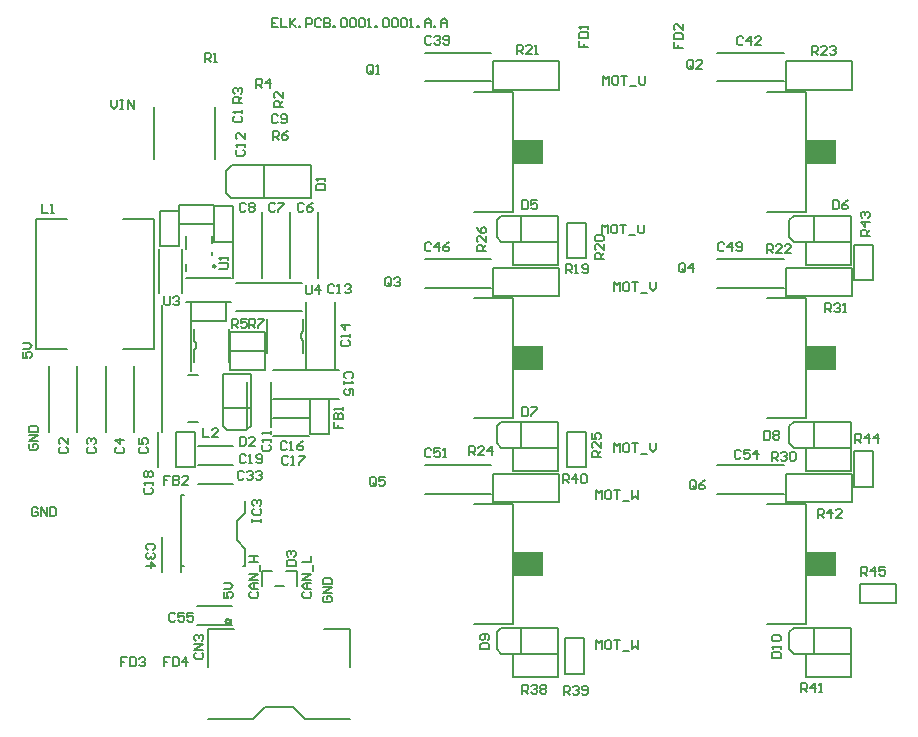
<source format=gto>
G04*
G04 #@! TF.GenerationSoftware,Altium Limited,Altium Designer,23.3.1 (30)*
G04*
G04 Layer_Color=65535*
%FSLAX44Y44*%
%MOMM*%
G71*
G04*
G04 #@! TF.SameCoordinates,D690764C-15D9-45C2-B971-25477444B052*
G04*
G04*
G04 #@! TF.FilePolarity,Positive*
G04*
G01*
G75*
%ADD10C,0.2540*%
%ADD11C,0.1270*%
%ADD12C,0.1524*%
%ADD13R,2.6000X2.0000*%
D10*
X827000Y1553000D02*
G03*
X827000Y1553000I-1000J0D01*
G01*
X840236Y1252000D02*
G03*
X840236Y1252000I-2236J0D01*
G01*
D11*
X1086000Y1574000D02*
Y1596000D01*
X1091000Y1574000D02*
X1117000D01*
X1091000Y1596000D02*
X1117000D01*
Y1574000D02*
Y1596000D01*
X1065000Y1578000D02*
X1069000Y1574000D01*
X1091000D01*
X1065000Y1592000D02*
X1069000Y1596000D01*
X1091000D01*
X1065000Y1578000D02*
Y1592000D01*
X1117000Y1564000D02*
Y1574000D01*
X1098000D02*
X1117000D01*
X1079000Y1564000D02*
Y1574000D01*
X1098000D01*
X1079000Y1554000D02*
Y1564000D01*
Y1554000D02*
X1098000D01*
X1117000D02*
Y1564000D01*
X1098000Y1554000D02*
X1117000D01*
X1090000Y1528000D02*
X1118000D01*
Y1540000D01*
X1062000Y1528000D02*
X1090000D01*
X1062000D02*
Y1540000D01*
Y1552000D02*
X1090000D01*
X1062000Y1540000D02*
Y1552000D01*
X1090000D02*
X1118000D01*
Y1540000D02*
Y1552000D01*
X1334000Y1399500D02*
Y1421500D01*
X1339000Y1399500D02*
X1365000D01*
X1339000Y1421500D02*
X1365000D01*
Y1399500D02*
Y1421500D01*
X1313000Y1403500D02*
X1317000Y1399500D01*
X1339000D01*
X1313000Y1417500D02*
X1317000Y1421500D01*
X1339000D01*
X1313000Y1403500D02*
Y1417500D01*
X1365000Y1389500D02*
Y1399500D01*
X1346000D02*
X1365000D01*
X1327000Y1389500D02*
Y1399500D01*
X1346000D01*
X1327000Y1379500D02*
Y1389500D01*
Y1379500D02*
X1346000D01*
X1365000D02*
Y1389500D01*
X1346000Y1379500D02*
X1365000D01*
X1280000Y1384500D02*
X1308000D01*
X1252000D02*
X1280000D01*
X1252000Y1360500D02*
X1280000D01*
X1308000D01*
X1310000Y1377500D02*
X1338000D01*
X1310000Y1365500D02*
Y1377500D01*
X1338000D02*
X1366000D01*
Y1365500D02*
Y1377500D01*
X1338000Y1353500D02*
X1366000D01*
Y1365500D01*
X1310000Y1353500D02*
X1338000D01*
X1310000D02*
Y1365500D01*
X1293750Y1424500D02*
X1326750D01*
Y1475500D01*
X1293750Y1526500D02*
X1326750D01*
Y1475500D02*
Y1526500D01*
X1125000Y1560000D02*
X1133000D01*
X1125000D02*
Y1575000D01*
Y1590000D02*
X1133000D01*
X1125000Y1575000D02*
Y1590000D01*
X1133000D02*
X1141000D01*
Y1575000D02*
Y1590000D01*
X1133000Y1560000D02*
X1141000D01*
Y1575000D01*
X1365000Y1215000D02*
Y1225000D01*
X1346000D02*
X1365000D01*
X1327000Y1215000D02*
Y1225000D01*
X1346000D01*
X1327000Y1205000D02*
Y1215000D01*
Y1205000D02*
X1346000D01*
X1365000D02*
Y1215000D01*
X1346000Y1205000D02*
X1365000D01*
X1334000Y1225000D02*
Y1247000D01*
X1339000Y1225000D02*
X1365000D01*
X1339000Y1247000D02*
X1365000D01*
Y1225000D02*
Y1247000D01*
X1313000Y1229000D02*
X1317000Y1225000D01*
X1339000D01*
X1313000Y1243000D02*
X1317000Y1247000D01*
X1339000D01*
X1313000Y1229000D02*
Y1243000D01*
X1293750Y1250000D02*
X1326750D01*
Y1301000D01*
X1293750Y1352000D02*
X1326750D01*
Y1301000D02*
Y1352000D01*
X1123000Y1208000D02*
X1131000D01*
X1123000D02*
Y1223000D01*
Y1238000D02*
X1131000D01*
X1123000Y1223000D02*
Y1238000D01*
X1131000D02*
X1139000D01*
Y1223000D02*
Y1238000D01*
X1131000Y1208000D02*
X1139000D01*
Y1223000D01*
X1117000Y1215000D02*
Y1225000D01*
X1098000D02*
X1117000D01*
X1079000Y1215000D02*
Y1225000D01*
X1098000D01*
X1079000Y1205000D02*
Y1215000D01*
Y1205000D02*
X1098000D01*
X1117000D02*
Y1215000D01*
X1098000Y1205000D02*
X1117000D01*
X1086000Y1225000D02*
Y1247000D01*
X1091000Y1225000D02*
X1117000D01*
X1091000Y1247000D02*
X1117000D01*
Y1225000D02*
Y1247000D01*
X1065000Y1229000D02*
X1069000Y1225000D01*
X1091000D01*
X1065000Y1243000D02*
X1069000Y1247000D01*
X1091000D01*
X1065000Y1229000D02*
Y1243000D01*
X1045750Y1250000D02*
X1078750D01*
Y1301000D01*
X1045750Y1352000D02*
X1078750D01*
Y1301000D02*
Y1352000D01*
X1090000Y1702500D02*
X1118000D01*
Y1714500D01*
X1062000Y1702500D02*
X1090000D01*
X1062000D02*
Y1714500D01*
Y1726500D02*
X1090000D01*
X1062000Y1714500D02*
Y1726500D01*
X1090000D02*
X1118000D01*
Y1714500D02*
Y1726500D01*
X1280000Y1733500D02*
X1308000D01*
X1252000D02*
X1280000D01*
X1252000Y1709500D02*
X1280000D01*
X1308000D01*
X1310000Y1726500D02*
X1338000D01*
X1310000Y1714500D02*
Y1726500D01*
X1338000D02*
X1366000D01*
Y1714500D02*
Y1726500D01*
X1338000Y1702500D02*
X1366000D01*
Y1714500D01*
X1310000Y1702500D02*
X1338000D01*
X1310000D02*
Y1714500D01*
X1368000Y1541000D02*
X1376000D01*
X1368000D02*
Y1556000D01*
Y1571000D02*
X1376000D01*
X1368000Y1556000D02*
Y1571000D01*
X1376000D02*
X1384000D01*
Y1556000D02*
Y1571000D01*
X1376000Y1541000D02*
X1384000D01*
Y1556000D01*
X1310000Y1552000D02*
X1338000D01*
X1310000Y1540000D02*
Y1552000D01*
X1338000D02*
X1366000D01*
Y1540000D02*
Y1552000D01*
X1338000Y1528000D02*
X1366000D01*
Y1540000D01*
X1310000Y1528000D02*
X1338000D01*
X1310000D02*
Y1540000D01*
X1365000Y1564000D02*
Y1574000D01*
X1346000D02*
X1365000D01*
X1327000Y1564000D02*
Y1574000D01*
X1346000D01*
X1327000Y1554000D02*
Y1564000D01*
Y1554000D02*
X1346000D01*
X1365000D02*
Y1564000D01*
X1346000Y1554000D02*
X1365000D01*
X1334000Y1574000D02*
Y1596000D01*
X1339000Y1574000D02*
X1365000D01*
X1339000Y1596000D02*
X1365000D01*
Y1574000D02*
Y1596000D01*
X1313000Y1578000D02*
X1317000Y1574000D01*
X1339000D01*
X1313000Y1592000D02*
X1317000Y1596000D01*
X1339000D01*
X1313000Y1578000D02*
Y1592000D01*
X1293750Y1599000D02*
X1326750D01*
Y1650000D01*
X1293750Y1701000D02*
X1326750D01*
Y1650000D02*
Y1701000D01*
X1125000Y1383000D02*
X1133000D01*
X1125000D02*
Y1398000D01*
Y1413000D02*
X1133000D01*
X1125000Y1398000D02*
Y1413000D01*
X1133000D02*
X1141000D01*
Y1398000D02*
Y1413000D01*
X1133000Y1383000D02*
X1141000D01*
Y1398000D01*
X1086000Y1399500D02*
Y1421500D01*
X1091000Y1399500D02*
X1117000D01*
X1091000Y1421500D02*
X1117000D01*
Y1399500D02*
Y1421500D01*
X1065000Y1403500D02*
X1069000Y1399500D01*
X1091000D01*
X1065000Y1417500D02*
X1069000Y1421500D01*
X1091000D01*
X1065000Y1403500D02*
Y1417500D01*
X1117000Y1389500D02*
Y1399500D01*
X1098000D02*
X1117000D01*
X1079000Y1389500D02*
Y1399500D01*
X1098000D01*
X1079000Y1379500D02*
Y1389500D01*
Y1379500D02*
X1098000D01*
X1117000D02*
Y1389500D01*
X1098000Y1379500D02*
X1117000D01*
X1090000Y1353500D02*
X1118000D01*
Y1365500D01*
X1062000Y1353500D02*
X1090000D01*
X1062000D02*
Y1365500D01*
Y1377500D02*
X1090000D01*
X1062000Y1365500D02*
Y1377500D01*
X1090000D02*
X1118000D01*
Y1365500D02*
Y1377500D01*
X1045750Y1424500D02*
X1078750D01*
Y1475500D01*
X1045750Y1526500D02*
X1078750D01*
Y1475500D02*
Y1526500D01*
X869000Y1465000D02*
Y1473000D01*
X854000Y1465000D02*
X869000D01*
X839000D02*
Y1473000D01*
Y1465000D02*
X854000D01*
X839000Y1473000D02*
Y1481000D01*
X854000D01*
X869000Y1473000D02*
Y1481000D01*
X854000D02*
X869000D01*
X839000Y1489000D02*
Y1497000D01*
X854000D01*
X869000Y1489000D02*
Y1497000D01*
X854000D02*
X869000D01*
Y1481000D02*
Y1489000D01*
X854000Y1481000D02*
X869000D01*
X839000D02*
Y1489000D01*
Y1481000D02*
X854000D01*
X826000Y1574000D02*
X834000D01*
X826000D02*
Y1589000D01*
Y1604000D02*
X834000D01*
X826000Y1589000D02*
Y1604000D01*
X834000D02*
X842000D01*
Y1589000D02*
Y1604000D01*
X834000Y1574000D02*
X842000D01*
Y1589000D01*
X796000Y1597000D02*
Y1605000D01*
X811000D01*
X826000Y1597000D02*
Y1605000D01*
X811000D02*
X826000D01*
Y1589000D02*
Y1597000D01*
X811000Y1589000D02*
X826000D01*
X796000D02*
Y1597000D01*
Y1589000D02*
X811000D01*
X824000Y1563000D02*
Y1565000D01*
X802000Y1549000D02*
Y1555000D01*
X824000Y1573000D02*
Y1579000D01*
X802000Y1568000D02*
Y1579000D01*
X780000Y1570000D02*
X788000D01*
X780000D02*
Y1585000D01*
Y1600000D02*
X788000D01*
X780000Y1585000D02*
Y1600000D01*
X788000D02*
X796000D01*
Y1585000D02*
Y1600000D01*
X788000Y1570000D02*
X796000D01*
Y1585000D01*
X821000Y1523000D02*
X840000D01*
X802000D02*
X821000D01*
X802000Y1543000D02*
X821000D01*
X840000D01*
X853000Y1414000D02*
X857000Y1418000D01*
X837000Y1414000D02*
X839000D01*
X833000Y1418000D02*
X837000Y1414000D01*
X833000Y1433000D02*
X857000D01*
X839000Y1414000D02*
X853000D01*
X857000Y1456000D02*
Y1462000D01*
X833000D02*
X857000D01*
X833000Y1456000D02*
Y1462000D01*
X857000Y1433000D02*
Y1434000D01*
Y1418000D02*
Y1438000D01*
Y1456000D01*
X833000Y1438000D02*
Y1456000D01*
Y1418000D02*
Y1438000D01*
X838500Y1472000D02*
Y1482000D01*
Y1484000D01*
Y1490000D02*
Y1500000D01*
Y1484000D02*
Y1490000D01*
X808500D02*
Y1500000D01*
Y1490000D02*
X810500Y1488000D01*
Y1486000D02*
Y1488000D01*
X808500Y1472000D02*
Y1482000D01*
X810500Y1484000D01*
Y1486000D01*
X836000Y1507000D02*
Y1515000D01*
X821000Y1507000D02*
X836000D01*
X806000D02*
Y1515000D01*
Y1507000D02*
X821000D01*
X806000Y1515000D02*
Y1523000D01*
X821000D01*
X836000Y1515000D02*
Y1523000D01*
X821000D02*
X836000D01*
X806000Y1464000D02*
Y1492000D01*
Y1520000D01*
X782000Y1492000D02*
Y1520000D01*
Y1464000D02*
Y1492000D01*
X779000Y1530000D02*
Y1549000D01*
Y1568000D01*
X799000Y1549000D02*
Y1568000D01*
Y1530000D02*
Y1549000D01*
X675000Y1483000D02*
X701000D01*
X675000D02*
Y1538000D01*
Y1593000D02*
X701000D01*
X675000Y1538000D02*
Y1593000D01*
X749000D02*
X775000D01*
Y1538000D02*
Y1593000D01*
X749000Y1483000D02*
X775000D01*
Y1538000D01*
X710000Y1413000D02*
Y1441000D01*
Y1469000D01*
X686000Y1441000D02*
Y1469000D01*
Y1413000D02*
Y1441000D01*
X734000Y1413000D02*
Y1441000D01*
Y1469000D01*
X710000Y1441000D02*
Y1469000D01*
Y1413000D02*
Y1441000D01*
X758000Y1413000D02*
Y1441000D01*
Y1469000D01*
X734000Y1441000D02*
Y1469000D01*
Y1413000D02*
Y1441000D01*
X804000Y1421000D02*
X808000D01*
X812000D01*
X808000Y1461000D02*
X812000D01*
X804000D02*
X808000D01*
X782000Y1413000D02*
Y1441000D01*
Y1469000D01*
X758000Y1441000D02*
Y1469000D01*
Y1413000D02*
Y1441000D01*
X794000Y1383000D02*
X802000D01*
X794000D02*
Y1398000D01*
Y1413000D02*
X802000D01*
X794000Y1398000D02*
Y1413000D01*
X802000D02*
X810000D01*
Y1398000D02*
Y1413000D01*
X802000Y1383000D02*
X810000D01*
Y1398000D01*
X778000Y1383000D02*
Y1413000D01*
X794000Y1383000D02*
Y1413000D01*
X812000Y1385000D02*
X842000D01*
X812000Y1401000D02*
X842000D01*
X880500Y1180000D02*
X893000D01*
X903000Y1170000D02*
X941000D01*
X893000Y1180000D02*
X903000Y1170000D01*
X869000Y1180000D02*
X881500D01*
X821000Y1170000D02*
X859000D01*
X869000Y1180000D01*
X830000Y1246000D02*
X843000D01*
X821000D02*
X830000D01*
X821000Y1242000D02*
Y1246000D01*
Y1214000D02*
Y1242000D01*
X919000Y1246000D02*
X932000D01*
X941000D01*
Y1242000D02*
Y1246000D01*
Y1214000D02*
Y1242000D01*
X811000Y1265000D02*
X841000D01*
X811000Y1249000D02*
X841000D01*
X881000Y1282000D02*
X885000D01*
X877000D02*
X881000D01*
X896000D02*
Y1295000D01*
X887000D02*
X896000D01*
X866000Y1282000D02*
Y1295000D01*
X875000D01*
X850000Y1299000D02*
X852000D01*
X845000Y1321000D02*
Y1337000D01*
X798000Y1299000D02*
X800000D01*
X798000D02*
Y1329000D01*
Y1359000D02*
X800000D01*
X798000Y1329000D02*
Y1359000D01*
X845000Y1337000D02*
X852000Y1344000D01*
Y1354000D01*
X845000Y1321000D02*
X852000Y1314000D01*
Y1299000D02*
Y1314000D01*
X874000Y1436000D02*
Y1455000D01*
Y1417000D02*
Y1436000D01*
X854000Y1417000D02*
Y1436000D01*
Y1455000D01*
X876000Y1441000D02*
X906000D01*
X876000Y1425000D02*
X906000D01*
X876000Y1425000D02*
X906000D01*
X876000Y1409000D02*
X906000D01*
X907000Y1411000D02*
X915000D01*
X907000D02*
Y1426000D01*
Y1441000D02*
X915000D01*
X907000Y1426000D02*
Y1441000D01*
X915000D02*
X923000D01*
Y1426000D02*
Y1441000D01*
X915000Y1411000D02*
X923000D01*
Y1426000D01*
X876000Y1441000D02*
X904000D01*
X932000D01*
X904000Y1465000D02*
X932000D01*
X876000D02*
X904000D01*
X871000Y1498000D02*
Y1508000D01*
Y1496000D02*
Y1498000D01*
Y1480000D02*
Y1490000D01*
Y1496000D01*
X901000Y1480000D02*
Y1490000D01*
X899000Y1492000D02*
X901000Y1490000D01*
X899000Y1492000D02*
Y1494000D01*
X901000Y1498000D02*
Y1508000D01*
X899000Y1496000D02*
X901000Y1498000D01*
X899000Y1494000D02*
Y1496000D01*
X904000Y1495000D02*
Y1523000D01*
Y1467000D02*
Y1495000D01*
X928000Y1467000D02*
Y1495000D01*
Y1523000D01*
X844000Y1515000D02*
X872000D01*
X900000D01*
X872000Y1539000D02*
X900000D01*
X844000D02*
X872000D01*
X842000Y1571000D02*
Y1599000D01*
Y1543000D02*
Y1571000D01*
X866000Y1543000D02*
Y1571000D01*
Y1599000D01*
Y1571000D02*
Y1599000D01*
Y1543000D02*
Y1571000D01*
X890000Y1543000D02*
Y1571000D01*
Y1599000D01*
X890000Y1571000D02*
Y1599000D01*
Y1543000D02*
Y1571000D01*
X914000Y1543000D02*
Y1571000D01*
Y1599000D01*
X874000Y1611000D02*
X908000D01*
Y1625000D01*
X870000Y1639000D02*
X908000D01*
Y1625000D02*
Y1639000D01*
X836000Y1615000D02*
Y1634000D01*
X841000Y1639000D01*
X870000D01*
X840000Y1611000D02*
X874000D01*
X836000Y1615000D02*
X840000Y1611000D01*
X868000D02*
X868000Y1639000D01*
X775000Y1644000D02*
Y1666000D01*
Y1688000D01*
X827000Y1666000D02*
Y1688000D01*
Y1644000D02*
Y1666000D01*
X1403000Y1268000D02*
Y1276000D01*
X1388000Y1268000D02*
X1403000D01*
X1373000D02*
Y1276000D01*
Y1268000D02*
X1388000D01*
X1373000Y1276000D02*
Y1284000D01*
X1388000D01*
X1403000Y1276000D02*
Y1284000D01*
X1388000D02*
X1403000D01*
X1368000Y1366500D02*
X1376000D01*
X1368000D02*
Y1381500D01*
Y1396500D02*
X1376000D01*
X1368000Y1381500D02*
Y1396500D01*
X1376000D02*
X1384000D01*
Y1381500D02*
Y1396500D01*
X1376000Y1366500D02*
X1384000D01*
Y1381500D01*
X1045750Y1599000D02*
X1078750D01*
Y1650000D01*
X1045750Y1701000D02*
X1078750D01*
Y1650000D02*
Y1701000D01*
X1032000Y1384500D02*
X1060000D01*
X1004000D02*
X1032000D01*
X1004000Y1360500D02*
X1032000D01*
X1060000D01*
X1280000Y1559000D02*
X1308000D01*
X1252000D02*
X1280000D01*
X1252000Y1535000D02*
X1280000D01*
X1308000D01*
X1032000Y1559000D02*
X1060000D01*
X1004000D02*
X1032000D01*
X1004000Y1535000D02*
X1032000D01*
X1060000D01*
X1032000Y1733500D02*
X1060000D01*
X1004000D02*
X1032000D01*
X1004000Y1709500D02*
X1032000D01*
X1060000D01*
X798000Y1294000D02*
Y1324000D01*
X782000Y1294000D02*
Y1324000D01*
X812000Y1385000D02*
X842000D01*
X812000Y1369000D02*
X842000D01*
X1086652Y1608809D02*
Y1601191D01*
X1090461D01*
X1091730Y1602461D01*
Y1607539D01*
X1090461Y1608809D01*
X1086652D01*
X1099348D02*
X1094270D01*
Y1605000D01*
X1096809Y1606270D01*
X1098078D01*
X1099348Y1605000D01*
Y1602461D01*
X1098078Y1601191D01*
X1095539D01*
X1094270Y1602461D01*
X1123478Y1547191D02*
Y1554809D01*
X1127287D01*
X1128556Y1553539D01*
Y1551000D01*
X1127287Y1549730D01*
X1123478D01*
X1126017D02*
X1128556Y1547191D01*
X1131096D02*
X1133635D01*
X1132365D01*
Y1554809D01*
X1131096Y1553539D01*
X1137444Y1548461D02*
X1138713Y1547191D01*
X1141252D01*
X1142522Y1548461D01*
Y1553539D01*
X1141252Y1554809D01*
X1138713D01*
X1137444Y1553539D01*
Y1552270D01*
X1138713Y1551000D01*
X1142522D01*
X1055809Y1565843D02*
X1048191D01*
Y1569652D01*
X1049461Y1570922D01*
X1052000D01*
X1053270Y1569652D01*
Y1565843D01*
Y1568383D02*
X1055809Y1570922D01*
Y1578539D02*
Y1573461D01*
X1050730Y1578539D01*
X1049461D01*
X1048191Y1577270D01*
Y1574730D01*
X1049461Y1573461D01*
X1048191Y1586157D02*
X1049461Y1583618D01*
X1052000Y1581078D01*
X1054539D01*
X1055809Y1582348D01*
Y1584887D01*
X1054539Y1586157D01*
X1053270D01*
X1052000Y1584887D01*
Y1581078D01*
X1291652Y1413809D02*
Y1406191D01*
X1295461D01*
X1296730Y1407461D01*
Y1412539D01*
X1295461Y1413809D01*
X1291652D01*
X1299270Y1412539D02*
X1300539Y1413809D01*
X1303078D01*
X1304348Y1412539D01*
Y1411270D01*
X1303078Y1410000D01*
X1304348Y1408730D01*
Y1407461D01*
X1303078Y1406191D01*
X1300539D01*
X1299270Y1407461D01*
Y1408730D01*
X1300539Y1410000D01*
X1299270Y1411270D01*
Y1412539D01*
X1300539Y1410000D02*
X1303078D01*
X1297843Y1388191D02*
Y1395809D01*
X1301652D01*
X1302922Y1394539D01*
Y1392000D01*
X1301652Y1390730D01*
X1297843D01*
X1300383D02*
X1302922Y1388191D01*
X1305461Y1394539D02*
X1306730Y1395809D01*
X1309270D01*
X1310539Y1394539D01*
Y1393270D01*
X1309270Y1392000D01*
X1308000D01*
X1309270D01*
X1310539Y1390730D01*
Y1389461D01*
X1309270Y1388191D01*
X1306730D01*
X1305461Y1389461D01*
X1313078Y1394539D02*
X1314348Y1395809D01*
X1316887D01*
X1318157Y1394539D01*
Y1389461D01*
X1316887Y1388191D01*
X1314348D01*
X1313078Y1389461D01*
Y1394539D01*
X1271922Y1396539D02*
X1270652Y1397809D01*
X1268113D01*
X1266843Y1396539D01*
Y1391461D01*
X1268113Y1390191D01*
X1270652D01*
X1271922Y1391461D01*
X1279539Y1397809D02*
X1274461D01*
Y1394000D01*
X1277000Y1395270D01*
X1278270D01*
X1279539Y1394000D01*
Y1391461D01*
X1278270Y1390191D01*
X1275730D01*
X1274461Y1391461D01*
X1285887Y1390191D02*
Y1397809D01*
X1282078Y1394000D01*
X1287157D01*
X1336843Y1340191D02*
Y1347809D01*
X1340652D01*
X1341922Y1346539D01*
Y1344000D01*
X1340652Y1342730D01*
X1336843D01*
X1339382D02*
X1341922Y1340191D01*
X1348270D02*
Y1347809D01*
X1344461Y1344000D01*
X1349539D01*
X1357157Y1340191D02*
X1352078D01*
X1357157Y1345270D01*
Y1346539D01*
X1355887Y1347809D01*
X1353348D01*
X1352078Y1346539D01*
X875652Y1660191D02*
Y1667809D01*
X879461D01*
X880730Y1666539D01*
Y1664000D01*
X879461Y1662730D01*
X875652D01*
X878191D02*
X880730Y1660191D01*
X888348Y1667809D02*
X885809Y1666539D01*
X883270Y1664000D01*
Y1661461D01*
X884539Y1660191D01*
X887078D01*
X888348Y1661461D01*
Y1662730D01*
X887078Y1664000D01*
X883270D01*
X830191Y1550922D02*
X836539D01*
X837809Y1552191D01*
Y1554730D01*
X836539Y1556000D01*
X830191D01*
X837809Y1558539D02*
Y1561078D01*
Y1559809D01*
X830191D01*
X831461Y1558539D01*
X962730Y1368461D02*
Y1373539D01*
X961461Y1374809D01*
X958922D01*
X957652Y1373539D01*
Y1368461D01*
X958922Y1367191D01*
X961461D01*
X960191Y1369730D02*
X962730Y1367191D01*
X961461D02*
X962730Y1368461D01*
X970348Y1374809D02*
X965270D01*
Y1371000D01*
X967809Y1372270D01*
X969078D01*
X970348Y1371000D01*
Y1368461D01*
X969078Y1367191D01*
X966539D01*
X965270Y1368461D01*
X975730Y1537461D02*
Y1542539D01*
X974461Y1543809D01*
X971922D01*
X970652Y1542539D01*
Y1537461D01*
X971922Y1536191D01*
X974461D01*
X973191Y1538730D02*
X975730Y1536191D01*
X974461D02*
X975730Y1537461D01*
X978270Y1542539D02*
X979539Y1543809D01*
X982078D01*
X983348Y1542539D01*
Y1541270D01*
X982078Y1540000D01*
X980809D01*
X982078D01*
X983348Y1538730D01*
Y1537461D01*
X982078Y1536191D01*
X979539D01*
X978270Y1537461D01*
X1224730Y1549461D02*
Y1554539D01*
X1223461Y1555809D01*
X1220922D01*
X1219652Y1554539D01*
Y1549461D01*
X1220922Y1548191D01*
X1223461D01*
X1222191Y1550730D02*
X1224730Y1548191D01*
X1223461D02*
X1224730Y1549461D01*
X1231078Y1548191D02*
Y1555809D01*
X1227270Y1552000D01*
X1232348D01*
X1155809Y1558843D02*
X1148191D01*
Y1562652D01*
X1149461Y1563922D01*
X1152000D01*
X1153270Y1562652D01*
Y1558843D01*
Y1561382D02*
X1155809Y1563922D01*
Y1571539D02*
Y1566461D01*
X1150730Y1571539D01*
X1149461D01*
X1148191Y1570270D01*
Y1567730D01*
X1149461Y1566461D01*
Y1574078D02*
X1148191Y1575348D01*
Y1577887D01*
X1149461Y1579157D01*
X1154539D01*
X1155809Y1577887D01*
Y1575348D01*
X1154539Y1574078D01*
X1149461D01*
X1323113Y1192191D02*
Y1199809D01*
X1326922D01*
X1328191Y1198539D01*
Y1196000D01*
X1326922Y1194730D01*
X1323113D01*
X1325652D02*
X1328191Y1192191D01*
X1334539D02*
Y1199809D01*
X1330730Y1196000D01*
X1335809D01*
X1338348Y1192191D02*
X1340887D01*
X1339617D01*
Y1199809D01*
X1338348Y1198539D01*
X1298191Y1221478D02*
X1305809D01*
Y1225287D01*
X1304539Y1226556D01*
X1299461D01*
X1298191Y1225287D01*
Y1221478D01*
X1305809Y1229096D02*
Y1231635D01*
Y1230365D01*
X1298191D01*
X1299461Y1229096D01*
Y1235444D02*
X1298191Y1236713D01*
Y1239252D01*
X1299461Y1240522D01*
X1304539D01*
X1305809Y1239252D01*
Y1236713D01*
X1304539Y1235444D01*
X1299461D01*
X1233730Y1365461D02*
Y1370539D01*
X1232461Y1371809D01*
X1229922D01*
X1228652Y1370539D01*
Y1365461D01*
X1229922Y1364191D01*
X1232461D01*
X1231191Y1366730D02*
X1233730Y1364191D01*
X1232461D02*
X1233730Y1365461D01*
X1241348Y1371809D02*
X1238809Y1370539D01*
X1236270Y1368000D01*
Y1365461D01*
X1237539Y1364191D01*
X1240078D01*
X1241348Y1365461D01*
Y1366730D01*
X1240078Y1368000D01*
X1236270D01*
X1121843Y1190191D02*
Y1197809D01*
X1125652D01*
X1126922Y1196539D01*
Y1194000D01*
X1125652Y1192730D01*
X1121843D01*
X1124382D02*
X1126922Y1190191D01*
X1129461Y1196539D02*
X1130730Y1197809D01*
X1133270D01*
X1134539Y1196539D01*
Y1195270D01*
X1133270Y1194000D01*
X1132000D01*
X1133270D01*
X1134539Y1192730D01*
Y1191461D01*
X1133270Y1190191D01*
X1130730D01*
X1129461Y1191461D01*
X1137078D02*
X1138348Y1190191D01*
X1140887D01*
X1142157Y1191461D01*
Y1196539D01*
X1140887Y1197809D01*
X1138348D01*
X1137078Y1196539D01*
Y1195270D01*
X1138348Y1194000D01*
X1142157D01*
X1086843Y1191191D02*
Y1198809D01*
X1090652D01*
X1091922Y1197539D01*
Y1195000D01*
X1090652Y1193730D01*
X1086843D01*
X1089382D02*
X1091922Y1191191D01*
X1094461Y1197539D02*
X1095730Y1198809D01*
X1098270D01*
X1099539Y1197539D01*
Y1196270D01*
X1098270Y1195000D01*
X1097000D01*
X1098270D01*
X1099539Y1193730D01*
Y1192461D01*
X1098270Y1191191D01*
X1095730D01*
X1094461Y1192461D01*
X1102078Y1197539D02*
X1103348Y1198809D01*
X1105887D01*
X1107157Y1197539D01*
Y1196270D01*
X1105887Y1195000D01*
X1107157Y1193730D01*
Y1192461D01*
X1105887Y1191191D01*
X1103348D01*
X1102078Y1192461D01*
Y1193730D01*
X1103348Y1195000D01*
X1102078Y1196270D01*
Y1197539D01*
X1103348Y1195000D02*
X1105887D01*
X1051191Y1228652D02*
X1058809D01*
Y1232461D01*
X1057539Y1233730D01*
X1052461D01*
X1051191Y1232461D01*
Y1228652D01*
X1057539Y1236270D02*
X1058809Y1237539D01*
Y1240078D01*
X1057539Y1241348D01*
X1052461D01*
X1051191Y1240078D01*
Y1237539D01*
X1052461Y1236270D01*
X1053730D01*
X1055000Y1237539D01*
Y1241348D01*
X1082113Y1733191D02*
Y1740809D01*
X1085922D01*
X1087191Y1739539D01*
Y1737000D01*
X1085922Y1735730D01*
X1082113D01*
X1084652D02*
X1087191Y1733191D01*
X1094809D02*
X1089730D01*
X1094809Y1738270D01*
Y1739539D01*
X1093539Y1740809D01*
X1091000D01*
X1089730Y1739539D01*
X1097348Y1733191D02*
X1099887D01*
X1098617D01*
Y1740809D01*
X1097348Y1739539D01*
X1273922Y1746539D02*
X1272652Y1747809D01*
X1270113D01*
X1268843Y1746539D01*
Y1741461D01*
X1270113Y1740191D01*
X1272652D01*
X1273922Y1741461D01*
X1280270Y1740191D02*
Y1747809D01*
X1276461Y1744000D01*
X1281539D01*
X1289157Y1740191D02*
X1284078D01*
X1289157Y1745270D01*
Y1746539D01*
X1287887Y1747809D01*
X1285348D01*
X1284078Y1746539D01*
X1331843Y1732191D02*
Y1739809D01*
X1335652D01*
X1336922Y1738539D01*
Y1736000D01*
X1335652Y1734730D01*
X1331843D01*
X1334382D02*
X1336922Y1732191D01*
X1344539D02*
X1339461D01*
X1344539Y1737270D01*
Y1738539D01*
X1343270Y1739809D01*
X1340730D01*
X1339461Y1738539D01*
X1347078D02*
X1348348Y1739809D01*
X1350887D01*
X1352157Y1738539D01*
Y1737270D01*
X1350887Y1736000D01*
X1349618D01*
X1350887D01*
X1352157Y1734730D01*
Y1733461D01*
X1350887Y1732191D01*
X1348348D01*
X1347078Y1733461D01*
X1380809Y1578843D02*
X1373191D01*
Y1582652D01*
X1374461Y1583922D01*
X1377000D01*
X1378270Y1582652D01*
Y1578843D01*
Y1581382D02*
X1380809Y1583922D01*
Y1590270D02*
X1373191D01*
X1377000Y1586461D01*
Y1591539D01*
X1374461Y1594078D02*
X1373191Y1595348D01*
Y1597887D01*
X1374461Y1599157D01*
X1375730D01*
X1377000Y1597887D01*
Y1596618D01*
Y1597887D01*
X1378270Y1599157D01*
X1379539D01*
X1380809Y1597887D01*
Y1595348D01*
X1379539Y1594078D01*
X1343113Y1514191D02*
Y1521809D01*
X1346922D01*
X1348191Y1520539D01*
Y1518000D01*
X1346922Y1516730D01*
X1343113D01*
X1345652D02*
X1348191Y1514191D01*
X1350730Y1520539D02*
X1352000Y1521809D01*
X1354539D01*
X1355809Y1520539D01*
Y1519270D01*
X1354539Y1518000D01*
X1353270D01*
X1354539D01*
X1355809Y1516730D01*
Y1515461D01*
X1354539Y1514191D01*
X1352000D01*
X1350730Y1515461D01*
X1358348Y1514191D02*
X1360887D01*
X1359617D01*
Y1521809D01*
X1358348Y1520539D01*
X1293843Y1564191D02*
Y1571809D01*
X1297652D01*
X1298922Y1570539D01*
Y1568000D01*
X1297652Y1566730D01*
X1293843D01*
X1296382D02*
X1298922Y1564191D01*
X1306539D02*
X1301461D01*
X1306539Y1569270D01*
Y1570539D01*
X1305270Y1571809D01*
X1302730D01*
X1301461Y1570539D01*
X1314157Y1564191D02*
X1309078D01*
X1314157Y1569270D01*
Y1570539D01*
X1312887Y1571809D01*
X1310348D01*
X1309078Y1570539D01*
X1349652Y1608809D02*
Y1601191D01*
X1353461D01*
X1354730Y1602461D01*
Y1607539D01*
X1353461Y1608809D01*
X1349652D01*
X1362348D02*
X1359809Y1607539D01*
X1357270Y1605000D01*
Y1602461D01*
X1358539Y1601191D01*
X1361078D01*
X1362348Y1602461D01*
Y1603730D01*
X1361078Y1605000D01*
X1357270D01*
X1231730Y1721461D02*
Y1726539D01*
X1230461Y1727809D01*
X1227922D01*
X1226652Y1726539D01*
Y1721461D01*
X1227922Y1720191D01*
X1230461D01*
X1229191Y1722730D02*
X1231730Y1720191D01*
X1230461D02*
X1231730Y1721461D01*
X1239348Y1720191D02*
X1234270D01*
X1239348Y1725270D01*
Y1726539D01*
X1238078Y1727809D01*
X1235539D01*
X1234270Y1726539D01*
X1215191Y1742922D02*
Y1737843D01*
X1219000D01*
Y1740383D01*
Y1737843D01*
X1222809D01*
X1215191Y1745461D02*
X1222809D01*
Y1749270D01*
X1221539Y1750539D01*
X1216461D01*
X1215191Y1749270D01*
Y1745461D01*
X1222809Y1758157D02*
Y1753078D01*
X1217730Y1758157D01*
X1216461D01*
X1215191Y1756887D01*
Y1754348D01*
X1216461Y1753078D01*
X1135191Y1744191D02*
Y1739113D01*
X1139000D01*
Y1741652D01*
Y1739113D01*
X1142809D01*
X1135191Y1746730D02*
X1142809D01*
Y1750539D01*
X1141539Y1751809D01*
X1136461D01*
X1135191Y1750539D01*
Y1746730D01*
X1142809Y1754348D02*
Y1756887D01*
Y1755618D01*
X1135191D01*
X1136461Y1754348D01*
X1153399Y1391343D02*
X1145782D01*
Y1395152D01*
X1147051Y1396422D01*
X1149590D01*
X1150860Y1395152D01*
Y1391343D01*
Y1393882D02*
X1153399Y1396422D01*
Y1404039D02*
Y1398961D01*
X1148321Y1404039D01*
X1147051D01*
X1145782Y1402770D01*
Y1400231D01*
X1147051Y1398961D01*
X1145782Y1411657D02*
Y1406578D01*
X1149590D01*
X1148321Y1409118D01*
Y1410387D01*
X1149590Y1411657D01*
X1152130D01*
X1153399Y1410387D01*
Y1407848D01*
X1152130Y1406578D01*
X1086652Y1433809D02*
Y1426191D01*
X1090461D01*
X1091730Y1427461D01*
Y1432539D01*
X1090461Y1433809D01*
X1086652D01*
X1094270D02*
X1099348D01*
Y1432539D01*
X1094270Y1427461D01*
Y1426191D01*
X1041843Y1393191D02*
Y1400809D01*
X1045652D01*
X1046922Y1399539D01*
Y1397000D01*
X1045652Y1395730D01*
X1041843D01*
X1044382D02*
X1046922Y1393191D01*
X1054539D02*
X1049461D01*
X1054539Y1398270D01*
Y1399539D01*
X1053270Y1400809D01*
X1050730D01*
X1049461Y1399539D01*
X1060887Y1393191D02*
Y1400809D01*
X1057078Y1397000D01*
X1062157D01*
X1120843Y1369191D02*
Y1376809D01*
X1124652D01*
X1125922Y1375539D01*
Y1373000D01*
X1124652Y1371730D01*
X1120843D01*
X1123382D02*
X1125922Y1369191D01*
X1132270D02*
Y1376809D01*
X1128461Y1373000D01*
X1133539D01*
X1136078Y1375539D02*
X1137348Y1376809D01*
X1139887D01*
X1141157Y1375539D01*
Y1370461D01*
X1139887Y1369191D01*
X1137348D01*
X1136078Y1370461D01*
Y1375539D01*
X840652Y1501191D02*
Y1508809D01*
X844461D01*
X845730Y1507539D01*
Y1505000D01*
X844461Y1503730D01*
X840652D01*
X843191D02*
X845730Y1501191D01*
X853348Y1508809D02*
X848270D01*
Y1505000D01*
X850809Y1506270D01*
X852078D01*
X853348Y1505000D01*
Y1502461D01*
X852078Y1501191D01*
X849539D01*
X848270Y1502461D01*
X855652Y1501191D02*
Y1508809D01*
X859461D01*
X860730Y1507539D01*
Y1505000D01*
X859461Y1503730D01*
X855652D01*
X858191D02*
X860730Y1501191D01*
X863270Y1508809D02*
X868348D01*
Y1507539D01*
X863270Y1502461D01*
Y1501191D01*
X883809Y1687652D02*
X876191D01*
Y1691461D01*
X877461Y1692730D01*
X880000D01*
X881270Y1691461D01*
Y1687652D01*
Y1690191D02*
X883809Y1692730D01*
Y1700348D02*
Y1695270D01*
X878730Y1700348D01*
X877461D01*
X876191Y1699078D01*
Y1696539D01*
X877461Y1695270D01*
X861652Y1704191D02*
Y1711809D01*
X865461D01*
X866730Y1710539D01*
Y1708000D01*
X865461Y1706730D01*
X861652D01*
X864191D02*
X866730Y1704191D01*
X873078D02*
Y1711809D01*
X869270Y1708000D01*
X874348D01*
X849809Y1691652D02*
X842191D01*
Y1695461D01*
X843461Y1696730D01*
X846000D01*
X847270Y1695461D01*
Y1691652D01*
Y1694191D02*
X849809Y1696730D01*
X843461Y1699270D02*
X842191Y1700539D01*
Y1703078D01*
X843461Y1704348D01*
X844730D01*
X846000Y1703078D01*
Y1701809D01*
Y1703078D01*
X847270Y1704348D01*
X848539D01*
X849809Y1703078D01*
Y1700539D01*
X848539Y1699270D01*
X879730Y1680539D02*
X878461Y1681809D01*
X875922D01*
X874652Y1680539D01*
Y1675461D01*
X875922Y1674191D01*
X878461D01*
X879730Y1675461D01*
X882270D02*
X883539Y1674191D01*
X886078D01*
X887348Y1675461D01*
Y1680539D01*
X886078Y1681809D01*
X883539D01*
X882270Y1680539D01*
Y1679270D01*
X883539Y1678000D01*
X887348D01*
X847652Y1408809D02*
Y1401191D01*
X851461D01*
X852730Y1402461D01*
Y1407539D01*
X851461Y1408809D01*
X847652D01*
X860348Y1401191D02*
X855270D01*
X860348Y1406270D01*
Y1407539D01*
X859078Y1408809D01*
X856539D01*
X855270Y1407539D01*
X783652Y1527809D02*
Y1521461D01*
X784922Y1520191D01*
X787461D01*
X788730Y1521461D01*
Y1527809D01*
X791270Y1526539D02*
X792539Y1527809D01*
X795078D01*
X796348Y1526539D01*
Y1525270D01*
X795078Y1524000D01*
X793809D01*
X795078D01*
X796348Y1522730D01*
Y1521461D01*
X795078Y1520191D01*
X792539D01*
X791270Y1521461D01*
X845461Y1651556D02*
X844191Y1650287D01*
Y1647748D01*
X845461Y1646478D01*
X850539D01*
X851809Y1647748D01*
Y1650287D01*
X850539Y1651556D01*
X851809Y1654096D02*
Y1656635D01*
Y1655365D01*
X844191D01*
X845461Y1654096D01*
X851809Y1665522D02*
Y1660444D01*
X846730Y1665522D01*
X845461D01*
X844191Y1664252D01*
Y1661713D01*
X845461Y1660444D01*
X843461Y1680000D02*
X842191Y1678730D01*
Y1676191D01*
X843461Y1674922D01*
X848539D01*
X849809Y1676191D01*
Y1678730D01*
X848539Y1680000D01*
X849809Y1682539D02*
Y1685078D01*
Y1683809D01*
X842191D01*
X843461Y1682539D01*
X679922Y1605809D02*
Y1598191D01*
X685000D01*
X687539D02*
X690078D01*
X688809D01*
Y1605809D01*
X687539Y1604539D01*
X695461Y1399730D02*
X694191Y1398461D01*
Y1395922D01*
X695461Y1394652D01*
X700539D01*
X701809Y1395922D01*
Y1398461D01*
X700539Y1399730D01*
X701809Y1407348D02*
Y1402270D01*
X696730Y1407348D01*
X695461D01*
X694191Y1406078D01*
Y1403539D01*
X695461Y1402270D01*
X719461Y1399730D02*
X718191Y1398461D01*
Y1395922D01*
X719461Y1394652D01*
X724539D01*
X725809Y1395922D01*
Y1398461D01*
X724539Y1399730D01*
X719461Y1402270D02*
X718191Y1403539D01*
Y1406078D01*
X719461Y1407348D01*
X720730D01*
X722000Y1406078D01*
Y1404809D01*
Y1406078D01*
X723270Y1407348D01*
X724539D01*
X725809Y1406078D01*
Y1403539D01*
X724539Y1402270D01*
X743461Y1399730D02*
X742191Y1398461D01*
Y1395922D01*
X743461Y1394652D01*
X748539D01*
X749809Y1395922D01*
Y1398461D01*
X748539Y1399730D01*
X749809Y1406078D02*
X742191D01*
X746000Y1402270D01*
Y1407348D01*
X816652Y1415809D02*
Y1408191D01*
X821730D01*
X829348D02*
X824270D01*
X829348Y1413270D01*
Y1414539D01*
X828078Y1415809D01*
X825539D01*
X824270Y1414539D01*
X763461Y1399730D02*
X762191Y1398461D01*
Y1395922D01*
X763461Y1394652D01*
X768539D01*
X769809Y1395922D01*
Y1398461D01*
X768539Y1399730D01*
X762191Y1407348D02*
Y1402270D01*
X766000D01*
X764730Y1404809D01*
Y1406078D01*
X766000Y1407348D01*
X768539D01*
X769809Y1406078D01*
Y1403539D01*
X768539Y1402270D01*
X788922Y1375809D02*
X783843D01*
Y1372000D01*
X786383D01*
X783843D01*
Y1368191D01*
X791461Y1375809D02*
Y1368191D01*
X795270D01*
X796539Y1369461D01*
Y1370730D01*
X795270Y1372000D01*
X791461D01*
X795270D01*
X796539Y1373270D01*
Y1374539D01*
X795270Y1375809D01*
X791461D01*
X804157Y1368191D02*
X799078D01*
X804157Y1373270D01*
Y1374539D01*
X802887Y1375809D01*
X800348D01*
X799078Y1374539D01*
X767461Y1365556D02*
X766191Y1364287D01*
Y1361748D01*
X767461Y1360478D01*
X772539D01*
X773809Y1361748D01*
Y1364287D01*
X772539Y1365556D01*
X773809Y1368096D02*
Y1370635D01*
Y1369365D01*
X766191D01*
X767461Y1368096D01*
Y1374444D02*
X766191Y1375713D01*
Y1378252D01*
X767461Y1379522D01*
X768730D01*
X770000Y1378252D01*
X771270Y1379522D01*
X772539D01*
X773809Y1378252D01*
Y1375713D01*
X772539Y1374444D01*
X771270D01*
X770000Y1375713D01*
X768730Y1374444D01*
X767461D01*
X770000Y1375713D02*
Y1378252D01*
X852556Y1392539D02*
X851287Y1393809D01*
X848748D01*
X847478Y1392539D01*
Y1387461D01*
X848748Y1386191D01*
X851287D01*
X852556Y1387461D01*
X855096Y1386191D02*
X857635D01*
X856365D01*
Y1393809D01*
X855096Y1392539D01*
X861444Y1387461D02*
X862713Y1386191D01*
X865252D01*
X866522Y1387461D01*
Y1392539D01*
X865252Y1393809D01*
X862713D01*
X861444Y1392539D01*
Y1391270D01*
X862713Y1390000D01*
X866522D01*
X810461Y1225922D02*
X809191Y1224652D01*
Y1222113D01*
X810461Y1220843D01*
X815539D01*
X816809Y1222113D01*
Y1224652D01*
X815539Y1225922D01*
X816809Y1228461D02*
X809191D01*
X816809Y1233539D01*
X809191D01*
X810461Y1236078D02*
X809191Y1237348D01*
Y1239887D01*
X810461Y1241157D01*
X811730D01*
X813000Y1239887D01*
Y1238618D01*
Y1239887D01*
X814270Y1241157D01*
X815539D01*
X816809Y1239887D01*
Y1237348D01*
X815539Y1236078D01*
X792922Y1258539D02*
X791652Y1259809D01*
X789113D01*
X787843Y1258539D01*
Y1253461D01*
X789113Y1252191D01*
X791652D01*
X792922Y1253461D01*
X800539Y1259809D02*
X795461D01*
Y1256000D01*
X798000Y1257270D01*
X799270D01*
X800539Y1256000D01*
Y1253461D01*
X799270Y1252191D01*
X796730D01*
X795461Y1253461D01*
X808157Y1259809D02*
X803078D01*
Y1256000D01*
X805618Y1257270D01*
X806887D01*
X808157Y1256000D01*
Y1253461D01*
X806887Y1252191D01*
X804348D01*
X803078Y1253461D01*
X887191Y1299652D02*
X894809D01*
Y1303461D01*
X893539Y1304730D01*
X888461D01*
X887191Y1303461D01*
Y1299652D01*
X888461Y1307270D02*
X887191Y1308539D01*
Y1311078D01*
X888461Y1312348D01*
X889730D01*
X891000Y1311078D01*
Y1309809D01*
Y1311078D01*
X892270Y1312348D01*
X893539D01*
X894809Y1311078D01*
Y1308539D01*
X893539Y1307270D01*
X858191Y1336478D02*
Y1339017D01*
Y1337748D01*
X865809D01*
Y1336478D01*
Y1339017D01*
X859461Y1347904D02*
X858191Y1346635D01*
Y1344096D01*
X859461Y1342826D01*
X864539D01*
X865809Y1344096D01*
Y1346635D01*
X864539Y1347904D01*
X859461Y1350444D02*
X858191Y1351713D01*
Y1354252D01*
X859461Y1355522D01*
X860730D01*
X862000Y1354252D01*
Y1352983D01*
Y1354252D01*
X863270Y1355522D01*
X864539D01*
X865809Y1354252D01*
Y1351713D01*
X864539Y1350444D01*
X867461Y1401826D02*
X866191Y1400556D01*
Y1398017D01*
X867461Y1396748D01*
X872539D01*
X873809Y1398017D01*
Y1400556D01*
X872539Y1401826D01*
X873809Y1404365D02*
Y1406904D01*
Y1405635D01*
X866191D01*
X867461Y1404365D01*
X873809Y1410713D02*
Y1413252D01*
Y1411983D01*
X866191D01*
X867461Y1410713D01*
X887556Y1403539D02*
X886287Y1404809D01*
X883748D01*
X882478Y1403539D01*
Y1398461D01*
X883748Y1397191D01*
X886287D01*
X887556Y1398461D01*
X890096Y1397191D02*
X892635D01*
X891365D01*
Y1404809D01*
X890096Y1403539D01*
X901522Y1404809D02*
X898983Y1403539D01*
X896444Y1401000D01*
Y1398461D01*
X897713Y1397191D01*
X900252D01*
X901522Y1398461D01*
Y1399730D01*
X900252Y1401000D01*
X896444D01*
X888556Y1391539D02*
X887287Y1392809D01*
X884748D01*
X883478Y1391539D01*
Y1386461D01*
X884748Y1385191D01*
X887287D01*
X888556Y1386461D01*
X891096Y1385191D02*
X893635D01*
X892365D01*
Y1392809D01*
X891096Y1391539D01*
X897444Y1392809D02*
X902522D01*
Y1391539D01*
X897444Y1386461D01*
Y1385191D01*
X927191Y1421191D02*
Y1416113D01*
X931000D01*
Y1418652D01*
Y1416113D01*
X934809D01*
X927191Y1423730D02*
X934809D01*
Y1427539D01*
X933539Y1428809D01*
X932270D01*
X931000Y1427539D01*
Y1423730D01*
Y1427539D01*
X929730Y1428809D01*
X928461D01*
X927191Y1427539D01*
Y1423730D01*
X934809Y1431348D02*
Y1433887D01*
Y1432618D01*
X927191D01*
X928461Y1431348D01*
X942539Y1458443D02*
X943809Y1459713D01*
Y1462252D01*
X942539Y1463522D01*
X937461D01*
X936191Y1462252D01*
Y1459713D01*
X937461Y1458443D01*
X936191Y1455904D02*
Y1453365D01*
Y1454635D01*
X943809D01*
X942539Y1455904D01*
X943809Y1444478D02*
Y1449556D01*
X940000D01*
X941270Y1447017D01*
Y1445748D01*
X940000Y1444478D01*
X937461D01*
X936191Y1445748D01*
Y1448287D01*
X937461Y1449556D01*
X903652Y1536809D02*
Y1530461D01*
X904922Y1529191D01*
X907461D01*
X908730Y1530461D01*
Y1536809D01*
X915078Y1529191D02*
Y1536809D01*
X911270Y1533000D01*
X916348D01*
X934461Y1490556D02*
X933191Y1489287D01*
Y1486748D01*
X934461Y1485478D01*
X939539D01*
X940809Y1486748D01*
Y1489287D01*
X939539Y1490556D01*
X940809Y1493096D02*
Y1495635D01*
Y1494365D01*
X933191D01*
X934461Y1493096D01*
X940809Y1503252D02*
X933191D01*
X937000Y1499444D01*
Y1504522D01*
X927556Y1536539D02*
X926287Y1537809D01*
X923748D01*
X922478Y1536539D01*
Y1531461D01*
X923748Y1530191D01*
X926287D01*
X927556Y1531461D01*
X930096Y1530191D02*
X932635D01*
X931365D01*
Y1537809D01*
X930096Y1536539D01*
X936444D02*
X937713Y1537809D01*
X940252D01*
X941522Y1536539D01*
Y1535270D01*
X940252Y1534000D01*
X938983D01*
X940252D01*
X941522Y1532730D01*
Y1531461D01*
X940252Y1530191D01*
X937713D01*
X936444Y1531461D01*
X852730Y1605539D02*
X851461Y1606809D01*
X848922D01*
X847652Y1605539D01*
Y1600461D01*
X848922Y1599191D01*
X851461D01*
X852730Y1600461D01*
X855270Y1605539D02*
X856539Y1606809D01*
X859078D01*
X860348Y1605539D01*
Y1604270D01*
X859078Y1603000D01*
X860348Y1601730D01*
Y1600461D01*
X859078Y1599191D01*
X856539D01*
X855270Y1600461D01*
Y1601730D01*
X856539Y1603000D01*
X855270Y1604270D01*
Y1605539D01*
X856539Y1603000D02*
X859078D01*
X877730Y1605539D02*
X876461Y1606809D01*
X873922D01*
X872652Y1605539D01*
Y1600461D01*
X873922Y1599191D01*
X876461D01*
X877730Y1600461D01*
X880270Y1606809D02*
X885348D01*
Y1605539D01*
X880270Y1600461D01*
Y1599191D01*
X901730Y1605539D02*
X900461Y1606809D01*
X897922D01*
X896652Y1605539D01*
Y1600461D01*
X897922Y1599191D01*
X900461D01*
X901730Y1600461D01*
X909348Y1606809D02*
X906809Y1605539D01*
X904270Y1603000D01*
Y1600461D01*
X905539Y1599191D01*
X908078D01*
X909348Y1600461D01*
Y1601730D01*
X908078Y1603000D01*
X904270D01*
X912191Y1617922D02*
X919809D01*
Y1621730D01*
X918539Y1623000D01*
X913461D01*
X912191Y1621730D01*
Y1617922D01*
X919809Y1625539D02*
Y1628078D01*
Y1626809D01*
X912191D01*
X913461Y1625539D01*
X817922Y1726191D02*
Y1733809D01*
X821730D01*
X823000Y1732539D01*
Y1730000D01*
X821730Y1728730D01*
X817922D01*
X820461D02*
X823000Y1726191D01*
X825539D02*
X828078D01*
X826809D01*
Y1733809D01*
X825539Y1732539D01*
X850922Y1378539D02*
X849652Y1379809D01*
X847113D01*
X845843Y1378539D01*
Y1373461D01*
X847113Y1372191D01*
X849652D01*
X850922Y1373461D01*
X853461Y1378539D02*
X854730Y1379809D01*
X857270D01*
X858539Y1378539D01*
Y1377270D01*
X857270Y1376000D01*
X856000D01*
X857270D01*
X858539Y1374730D01*
Y1373461D01*
X857270Y1372191D01*
X854730D01*
X853461Y1373461D01*
X861078Y1378539D02*
X862348Y1379809D01*
X864887D01*
X866157Y1378539D01*
Y1377270D01*
X864887Y1376000D01*
X863618D01*
X864887D01*
X866157Y1374730D01*
Y1373461D01*
X864887Y1372191D01*
X862348D01*
X861078Y1373461D01*
X774539Y1313078D02*
X775809Y1314348D01*
Y1316887D01*
X774539Y1318157D01*
X769461D01*
X768191Y1316887D01*
Y1314348D01*
X769461Y1313078D01*
X774539Y1310539D02*
X775809Y1309270D01*
Y1306730D01*
X774539Y1305461D01*
X773270D01*
X772000Y1306730D01*
Y1308000D01*
Y1306730D01*
X770730Y1305461D01*
X769461D01*
X768191Y1306730D01*
Y1309270D01*
X769461Y1310539D01*
X768191Y1299113D02*
X775809D01*
X772000Y1302922D01*
Y1297843D01*
X752346Y1221992D02*
X747268D01*
Y1218183D01*
X749807D01*
X747268D01*
Y1214374D01*
X754885Y1221992D02*
Y1214374D01*
X758694D01*
X759964Y1215644D01*
Y1220722D01*
X758694Y1221992D01*
X754885D01*
X762503Y1220722D02*
X763773Y1221992D01*
X766312D01*
X767581Y1220722D01*
Y1219452D01*
X766312Y1218183D01*
X765042D01*
X766312D01*
X767581Y1216913D01*
Y1215644D01*
X766312Y1214374D01*
X763773D01*
X762503Y1215644D01*
X788414Y1221992D02*
X783336D01*
Y1218183D01*
X785875D01*
X783336D01*
Y1214374D01*
X790954Y1221992D02*
Y1214374D01*
X794762D01*
X796032Y1215644D01*
Y1220722D01*
X794762Y1221992D01*
X790954D01*
X802380Y1214374D02*
Y1221992D01*
X798571Y1218183D01*
X803649D01*
X1373632Y1291082D02*
Y1298699D01*
X1377441D01*
X1378710Y1297430D01*
Y1294891D01*
X1377441Y1293621D01*
X1373632D01*
X1376171D02*
X1378710Y1291082D01*
X1385058D02*
Y1298699D01*
X1381250Y1294891D01*
X1386328D01*
X1393945Y1298699D02*
X1388867D01*
Y1294891D01*
X1391406Y1296160D01*
X1392676D01*
X1393945Y1294891D01*
Y1292352D01*
X1392676Y1291082D01*
X1390137D01*
X1388867Y1292352D01*
X1368552Y1403604D02*
Y1411221D01*
X1372361D01*
X1373630Y1409952D01*
Y1407413D01*
X1372361Y1406143D01*
X1368552D01*
X1371091D02*
X1373630Y1403604D01*
X1379978D02*
Y1411221D01*
X1376169Y1407413D01*
X1381248D01*
X1387596Y1403604D02*
Y1411221D01*
X1383787Y1407413D01*
X1388865D01*
X960626Y1717294D02*
Y1722372D01*
X959357Y1723642D01*
X956818D01*
X955548Y1722372D01*
Y1717294D01*
X956818Y1716024D01*
X959357D01*
X958087Y1718563D02*
X960626Y1716024D01*
X959357D02*
X960626Y1717294D01*
X963166Y1716024D02*
X965705D01*
X964435D01*
Y1723642D01*
X963166Y1722372D01*
X1009648Y1397760D02*
X1008379Y1399030D01*
X1005840D01*
X1004570Y1397760D01*
Y1392682D01*
X1005840Y1391412D01*
X1008379D01*
X1009648Y1392682D01*
X1017266Y1399030D02*
X1012188D01*
Y1395221D01*
X1014727Y1396490D01*
X1015996D01*
X1017266Y1395221D01*
Y1392682D01*
X1015996Y1391412D01*
X1013457D01*
X1012188Y1392682D01*
X1019805Y1391412D02*
X1022344D01*
X1021075D01*
Y1399030D01*
X1019805Y1397760D01*
X1257806Y1572258D02*
X1256537Y1573528D01*
X1253998D01*
X1252728Y1572258D01*
Y1567180D01*
X1253998Y1565910D01*
X1256537D01*
X1257806Y1567180D01*
X1264154Y1565910D02*
Y1573528D01*
X1260346Y1569719D01*
X1265424D01*
X1267963Y1567180D02*
X1269233Y1565910D01*
X1271772D01*
X1273041Y1567180D01*
Y1572258D01*
X1271772Y1573528D01*
X1269233D01*
X1267963Y1572258D01*
Y1570988D01*
X1269233Y1569719D01*
X1273041D01*
X1009648Y1572258D02*
X1008379Y1573528D01*
X1005840D01*
X1004570Y1572258D01*
Y1567180D01*
X1005840Y1565910D01*
X1008379D01*
X1009648Y1567180D01*
X1015996Y1565910D02*
Y1573528D01*
X1012188Y1569719D01*
X1017266D01*
X1024883Y1573528D02*
X1022344Y1572258D01*
X1019805Y1569719D01*
Y1567180D01*
X1021075Y1565910D01*
X1023614D01*
X1024883Y1567180D01*
Y1568449D01*
X1023614Y1569719D01*
X1019805D01*
X1009648Y1746756D02*
X1008379Y1748026D01*
X1005840D01*
X1004570Y1746756D01*
Y1741678D01*
X1005840Y1740408D01*
X1008379D01*
X1009648Y1741678D01*
X1012188Y1746756D02*
X1013457Y1748026D01*
X1015996D01*
X1017266Y1746756D01*
Y1745486D01*
X1015996Y1744217D01*
X1014727D01*
X1015996D01*
X1017266Y1742947D01*
Y1741678D01*
X1015996Y1740408D01*
X1013457D01*
X1012188Y1741678D01*
X1019805D02*
X1021075Y1740408D01*
X1023614D01*
X1024883Y1741678D01*
Y1746756D01*
X1023614Y1748026D01*
X1021075D01*
X1019805Y1746756D01*
Y1745486D01*
X1021075Y1744217D01*
X1024883D01*
D12*
X879602Y1763141D02*
X874524D01*
Y1755524D01*
X879602D01*
X874524Y1759333D02*
X877063D01*
X882141Y1763141D02*
Y1755524D01*
X887220D01*
X889759Y1763141D02*
Y1755524D01*
Y1758063D01*
X894837Y1763141D01*
X891029Y1759333D01*
X894837Y1755524D01*
X897377D02*
Y1756794D01*
X898646D01*
Y1755524D01*
X897377D01*
X903725D02*
Y1763141D01*
X907533D01*
X908803Y1761872D01*
Y1759333D01*
X907533Y1758063D01*
X903725D01*
X916420Y1761872D02*
X915151Y1763141D01*
X912612D01*
X911342Y1761872D01*
Y1756794D01*
X912612Y1755524D01*
X915151D01*
X916420Y1756794D01*
X918960Y1763141D02*
Y1755524D01*
X922768D01*
X924038Y1756794D01*
Y1758063D01*
X922768Y1759333D01*
X918960D01*
X922768D01*
X924038Y1760602D01*
Y1761872D01*
X922768Y1763141D01*
X918960D01*
X926577Y1755524D02*
Y1756794D01*
X927847D01*
Y1755524D01*
X926577D01*
X932925Y1761872D02*
X934195Y1763141D01*
X936734D01*
X938003Y1761872D01*
Y1756794D01*
X936734Y1755524D01*
X934195D01*
X932925Y1756794D01*
Y1761872D01*
X940543D02*
X941812Y1763141D01*
X944351D01*
X945621Y1761872D01*
Y1756794D01*
X944351Y1755524D01*
X941812D01*
X940543Y1756794D01*
Y1761872D01*
X948160D02*
X949430Y1763141D01*
X951969D01*
X953239Y1761872D01*
Y1756794D01*
X951969Y1755524D01*
X949430D01*
X948160Y1756794D01*
Y1761872D01*
X955778Y1755524D02*
X958317D01*
X957047D01*
Y1763141D01*
X955778Y1761872D01*
X962126Y1755524D02*
Y1756794D01*
X963395D01*
Y1755524D01*
X962126D01*
X968474Y1761872D02*
X969743Y1763141D01*
X972282D01*
X973552Y1761872D01*
Y1756794D01*
X972282Y1755524D01*
X969743D01*
X968474Y1756794D01*
Y1761872D01*
X976091D02*
X977361Y1763141D01*
X979900D01*
X981170Y1761872D01*
Y1756794D01*
X979900Y1755524D01*
X977361D01*
X976091Y1756794D01*
Y1761872D01*
X983709D02*
X984978Y1763141D01*
X987517D01*
X988787Y1761872D01*
Y1756794D01*
X987517Y1755524D01*
X984978D01*
X983709Y1756794D01*
Y1761872D01*
X991326Y1755524D02*
X993865D01*
X992596D01*
Y1763141D01*
X991326Y1761872D01*
X997674Y1755524D02*
Y1756794D01*
X998944D01*
Y1755524D01*
X997674D01*
X1004022D02*
Y1760602D01*
X1006561Y1763141D01*
X1009100Y1760602D01*
Y1755524D01*
Y1759333D01*
X1004022D01*
X1011640Y1755524D02*
Y1756794D01*
X1012909D01*
Y1755524D01*
X1011640D01*
X1017988D02*
Y1760602D01*
X1020527Y1763141D01*
X1023066Y1760602D01*
Y1755524D01*
Y1759333D01*
X1017988D01*
X1155524Y1706794D02*
Y1714411D01*
X1158063Y1711872D01*
X1160602Y1714411D01*
Y1706794D01*
X1166950Y1714411D02*
X1164411D01*
X1163141Y1713141D01*
Y1708063D01*
X1164411Y1706794D01*
X1166950D01*
X1168220Y1708063D01*
Y1713141D01*
X1166950Y1714411D01*
X1170759D02*
X1175837D01*
X1173298D01*
Y1706794D01*
X1178377Y1705524D02*
X1183455D01*
X1185994Y1714411D02*
Y1708063D01*
X1187264Y1706794D01*
X1189803D01*
X1191072Y1708063D01*
Y1714411D01*
X1154524Y1580794D02*
Y1588411D01*
X1157063Y1585872D01*
X1159602Y1588411D01*
Y1580794D01*
X1165950Y1588411D02*
X1163411D01*
X1162141Y1587142D01*
Y1582063D01*
X1163411Y1580794D01*
X1165950D01*
X1167220Y1582063D01*
Y1587142D01*
X1165950Y1588411D01*
X1169759D02*
X1174837D01*
X1172298D01*
Y1580794D01*
X1177377Y1579524D02*
X1182455D01*
X1184994Y1588411D02*
Y1582063D01*
X1186264Y1580794D01*
X1188803D01*
X1190072Y1582063D01*
Y1588411D01*
X1164524Y1531794D02*
Y1539411D01*
X1167063Y1536872D01*
X1169602Y1539411D01*
Y1531794D01*
X1175950Y1539411D02*
X1173411D01*
X1172141Y1538141D01*
Y1533063D01*
X1173411Y1531794D01*
X1175950D01*
X1177220Y1533063D01*
Y1538141D01*
X1175950Y1539411D01*
X1179759D02*
X1184837D01*
X1182298D01*
Y1531794D01*
X1187377Y1530524D02*
X1192455D01*
X1194994Y1539411D02*
Y1534333D01*
X1197533Y1531794D01*
X1200072Y1534333D01*
Y1539411D01*
X1164524Y1395794D02*
Y1403411D01*
X1167063Y1400872D01*
X1169602Y1403411D01*
Y1395794D01*
X1175950Y1403411D02*
X1173411D01*
X1172141Y1402142D01*
Y1397063D01*
X1173411Y1395794D01*
X1175950D01*
X1177220Y1397063D01*
Y1402142D01*
X1175950Y1403411D01*
X1179759D02*
X1184837D01*
X1182298D01*
Y1395794D01*
X1187377Y1394524D02*
X1192455D01*
X1194994Y1403411D02*
Y1398333D01*
X1197533Y1395794D01*
X1200072Y1398333D01*
Y1403411D01*
X1149524Y1355794D02*
Y1363411D01*
X1152063Y1360872D01*
X1154602Y1363411D01*
Y1355794D01*
X1160950Y1363411D02*
X1158411D01*
X1157141Y1362142D01*
Y1357063D01*
X1158411Y1355794D01*
X1160950D01*
X1162220Y1357063D01*
Y1362142D01*
X1160950Y1363411D01*
X1164759D02*
X1169837D01*
X1167298D01*
Y1355794D01*
X1172377Y1354524D02*
X1177455D01*
X1179994Y1363411D02*
Y1355794D01*
X1182533Y1358333D01*
X1185072Y1355794D01*
Y1363411D01*
X1149524Y1228794D02*
Y1236411D01*
X1152063Y1233872D01*
X1154602Y1236411D01*
Y1228794D01*
X1160950Y1236411D02*
X1158411D01*
X1157141Y1235142D01*
Y1230063D01*
X1158411Y1228794D01*
X1160950D01*
X1162220Y1230063D01*
Y1235142D01*
X1160950Y1236411D01*
X1164759D02*
X1169837D01*
X1167298D01*
Y1228794D01*
X1172377Y1227524D02*
X1177455D01*
X1179994Y1236411D02*
Y1228794D01*
X1182533Y1231333D01*
X1185072Y1228794D01*
Y1236411D01*
X901858Y1277602D02*
X900589Y1276333D01*
Y1273794D01*
X901858Y1272524D01*
X906937D01*
X908206Y1273794D01*
Y1276333D01*
X906937Y1277602D01*
X908206Y1280141D02*
X903128D01*
X900589Y1282681D01*
X903128Y1285220D01*
X908206D01*
X904398D01*
Y1280141D01*
X908206Y1287759D02*
X900589D01*
X908206Y1292837D01*
X900589D01*
X909476Y1295377D02*
Y1300455D01*
X900589Y1302994D02*
X908206D01*
Y1308073D01*
X856859Y1277602D02*
X855589Y1276333D01*
Y1273794D01*
X856859Y1272524D01*
X861937D01*
X863206Y1273794D01*
Y1276333D01*
X861937Y1277602D01*
X863206Y1280141D02*
X858128D01*
X855589Y1282681D01*
X858128Y1285220D01*
X863206D01*
X859398D01*
Y1280141D01*
X863206Y1287759D02*
X855589D01*
X863206Y1292837D01*
X855589D01*
X864476Y1295377D02*
Y1300455D01*
X855589Y1302994D02*
X863206D01*
X859398D01*
Y1308073D01*
X855589D01*
X863206D01*
X833858Y1277602D02*
Y1272524D01*
X837667D01*
X836398Y1275063D01*
Y1276333D01*
X837667Y1277602D01*
X840206D01*
X841476Y1276333D01*
Y1273794D01*
X840206Y1272524D01*
X833858Y1280141D02*
X838937D01*
X841476Y1282681D01*
X838937Y1285220D01*
X833858D01*
X919128Y1273602D02*
X917859Y1272333D01*
Y1269794D01*
X919128Y1268524D01*
X924206D01*
X925476Y1269794D01*
Y1272333D01*
X924206Y1273602D01*
X921667D01*
Y1271063D01*
X925476Y1276142D02*
X917859D01*
X925476Y1281220D01*
X917859D01*
Y1283759D02*
X925476D01*
Y1287568D01*
X924206Y1288837D01*
X919128D01*
X917859Y1287568D01*
Y1283759D01*
X663858Y1480602D02*
Y1475524D01*
X667667D01*
X666398Y1478063D01*
Y1479333D01*
X667667Y1480602D01*
X670206D01*
X671476Y1479333D01*
Y1476794D01*
X670206Y1475524D01*
X663858Y1483141D02*
X668937D01*
X671476Y1485681D01*
X668937Y1488220D01*
X663858D01*
X670128Y1402602D02*
X668858Y1401333D01*
Y1398794D01*
X670128Y1397524D01*
X675206D01*
X676476Y1398794D01*
Y1401333D01*
X675206Y1402602D01*
X672667D01*
Y1400063D01*
X676476Y1405141D02*
X668858D01*
X676476Y1410220D01*
X668858D01*
Y1412759D02*
X676476D01*
Y1416568D01*
X675206Y1417837D01*
X670128D01*
X668858Y1416568D01*
Y1412759D01*
X676602Y1347872D02*
X675333Y1349142D01*
X672794D01*
X671524Y1347872D01*
Y1342794D01*
X672794Y1341524D01*
X675333D01*
X676602Y1342794D01*
Y1345333D01*
X674063D01*
X679141Y1341524D02*
Y1349142D01*
X684220Y1341524D01*
Y1349142D01*
X686759D02*
Y1341524D01*
X690568D01*
X691837Y1342794D01*
Y1347872D01*
X690568Y1349142D01*
X686759D01*
X738893Y1693445D02*
Y1688366D01*
X741432Y1685827D01*
X743972Y1688366D01*
Y1693445D01*
X746511D02*
X749050D01*
X747780D01*
Y1685827D01*
X746511D01*
X749050D01*
X752859D02*
Y1693445D01*
X757937Y1685827D01*
Y1693445D01*
D13*
X1339750Y1475501D02*
D03*
Y1301001D02*
D03*
X1091750Y1301000D02*
D03*
X1339750Y1650001D02*
D03*
X1091750Y1475500D02*
D03*
Y1650000D02*
D03*
M02*

</source>
